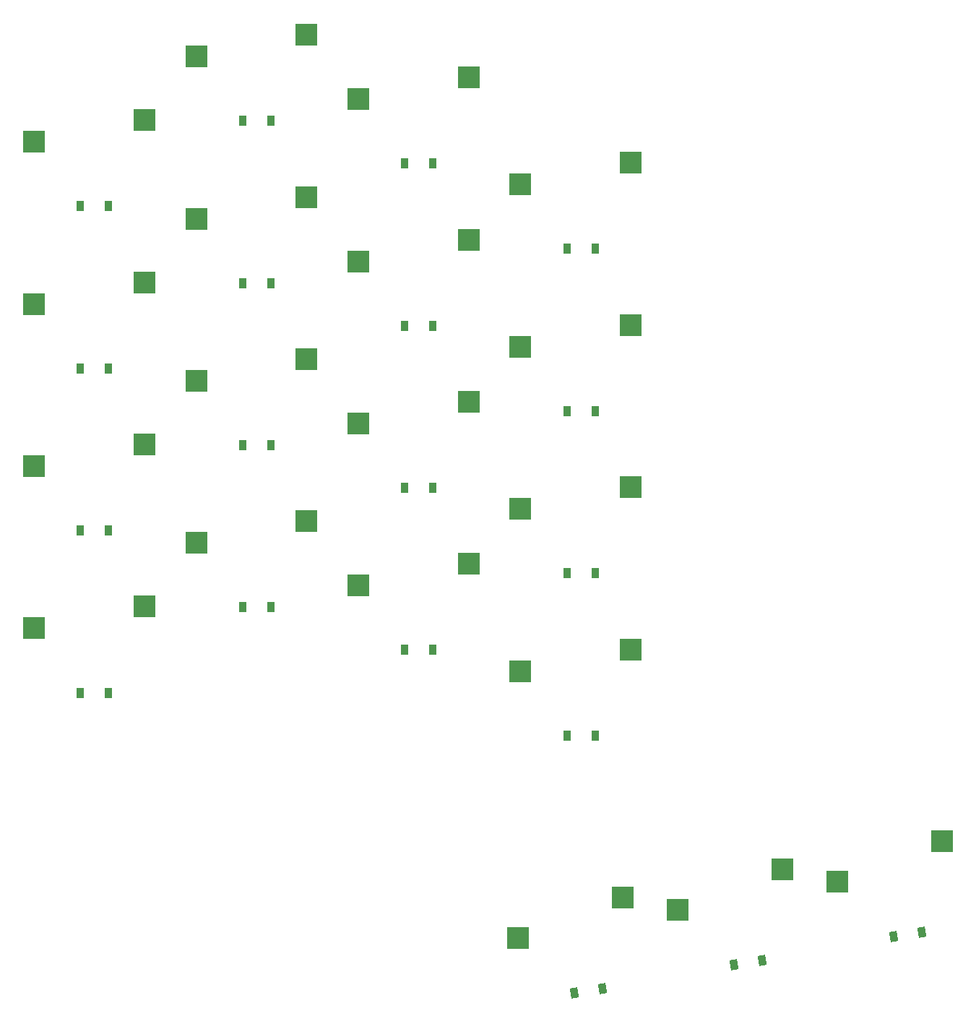
<source format=gbr>
%TF.GenerationSoftware,KiCad,Pcbnew,(6.0.4)*%
%TF.CreationDate,2022-07-19T16:53:05+02:00*%
%TF.ProjectId,macropad_routed_rounded_jlc,6d616372-6f70-4616-945f-726f75746564,v1.0.0*%
%TF.SameCoordinates,Original*%
%TF.FileFunction,Paste,Bot*%
%TF.FilePolarity,Positive*%
%FSLAX46Y46*%
G04 Gerber Fmt 4.6, Leading zero omitted, Abs format (unit mm)*
G04 Created by KiCad (PCBNEW (6.0.4)) date 2022-07-19 16:53:05*
%MOMM*%
%LPD*%
G01*
G04 APERTURE LIST*
G04 Aperture macros list*
%AMRotRect*
0 Rectangle, with rotation*
0 The origin of the aperture is its center*
0 $1 length*
0 $2 width*
0 $3 Rotation angle, in degrees counterclockwise*
0 Add horizontal line*
21,1,$1,$2,0,0,$3*%
G04 Aperture macros list end*
%ADD10R,2.550000X2.500000*%
%ADD11R,0.900000X1.200000*%
%ADD12RotRect,0.900000X1.200000X10.000000*%
G04 APERTURE END LIST*
D10*
%TO.C,S7*%
X83053250Y-79560000D03*
X95980250Y-77020000D03*
%TD*%
D11*
%TO.C,D1*%
X69488250Y-135100000D03*
X72788250Y-135100000D03*
%TD*%
D10*
%TO.C,S4*%
X64053250Y-70560000D03*
X76980250Y-68020000D03*
%TD*%
%TO.C,S3*%
X64053250Y-89560000D03*
X76980250Y-87020000D03*
%TD*%
%TO.C,S8*%
X83053250Y-60560000D03*
X95980250Y-58020000D03*
%TD*%
D11*
%TO.C,D16*%
X126488250Y-83100000D03*
X129788250Y-83100000D03*
%TD*%
%TO.C,D10*%
X107488250Y-111100000D03*
X110788250Y-111100000D03*
%TD*%
%TO.C,D6*%
X88488250Y-106100000D03*
X91788250Y-106100000D03*
%TD*%
D10*
%TO.C,S13*%
X121053250Y-132560000D03*
X133980250Y-130020000D03*
%TD*%
D11*
%TO.C,D8*%
X88488250Y-68100000D03*
X91788250Y-68100000D03*
%TD*%
D10*
%TO.C,S5*%
X83053250Y-117560000D03*
X95980250Y-115020000D03*
%TD*%
D11*
%TO.C,D7*%
X88488250Y-87100000D03*
X91788250Y-87100000D03*
%TD*%
D12*
%TO.C,D19*%
X164804253Y-163711927D03*
X168054119Y-163138889D03*
%TD*%
D10*
%TO.C,S2*%
X64053250Y-108560000D03*
X76980250Y-106020000D03*
%TD*%
D11*
%TO.C,D15*%
X126488250Y-102100000D03*
X129788250Y-102100000D03*
%TD*%
D10*
%TO.C,S9*%
X102053250Y-122560000D03*
X114980250Y-120020000D03*
%TD*%
%TO.C,S17*%
X120719821Y-163828886D03*
X133009364Y-159082724D03*
%TD*%
D11*
%TO.C,D14*%
X126488250Y-121100000D03*
X129788250Y-121100000D03*
%TD*%
D10*
%TO.C,S14*%
X121053250Y-113560000D03*
X133980250Y-111020000D03*
%TD*%
D11*
%TO.C,D4*%
X69488250Y-78100000D03*
X72788250Y-78100000D03*
%TD*%
%TO.C,D5*%
X88488250Y-125100000D03*
X91788250Y-125100000D03*
%TD*%
%TO.C,D12*%
X107488250Y-73100000D03*
X110788250Y-73100000D03*
%TD*%
D10*
%TO.C,S1*%
X64053250Y-127560000D03*
X76980250Y-125020000D03*
%TD*%
%TO.C,S12*%
X102053250Y-65560000D03*
X114980250Y-63020000D03*
%TD*%
%TO.C,S19*%
X158142516Y-157230255D03*
X170432059Y-152484093D03*
%TD*%
D12*
%TO.C,D17*%
X127381558Y-170310558D03*
X130631424Y-169737520D03*
%TD*%
D10*
%TO.C,S6*%
X83053250Y-98560000D03*
X95980250Y-96020000D03*
%TD*%
D11*
%TO.C,D3*%
X69488250Y-97100000D03*
X72788250Y-97100000D03*
%TD*%
D10*
%TO.C,S15*%
X121053250Y-94560000D03*
X133980250Y-92020000D03*
%TD*%
D11*
%TO.C,D13*%
X126488250Y-140100000D03*
X129788250Y-140100000D03*
%TD*%
D10*
%TO.C,S16*%
X121053250Y-75560000D03*
X133980250Y-73020000D03*
%TD*%
D11*
%TO.C,D11*%
X107488250Y-92100000D03*
X110788250Y-92100000D03*
%TD*%
%TO.C,D2*%
X69488250Y-116100000D03*
X72788250Y-116100000D03*
%TD*%
D10*
%TO.C,S18*%
X139431168Y-160529571D03*
X151720711Y-155783409D03*
%TD*%
D11*
%TO.C,D9*%
X107488250Y-130100000D03*
X110788250Y-130100000D03*
%TD*%
D10*
%TO.C,S10*%
X102053250Y-103560000D03*
X114980250Y-101020000D03*
%TD*%
D12*
%TO.C,D18*%
X146092905Y-167011242D03*
X149342771Y-166438204D03*
%TD*%
D10*
%TO.C,S11*%
X102053250Y-84560000D03*
X114980250Y-82020000D03*
%TD*%
M02*

</source>
